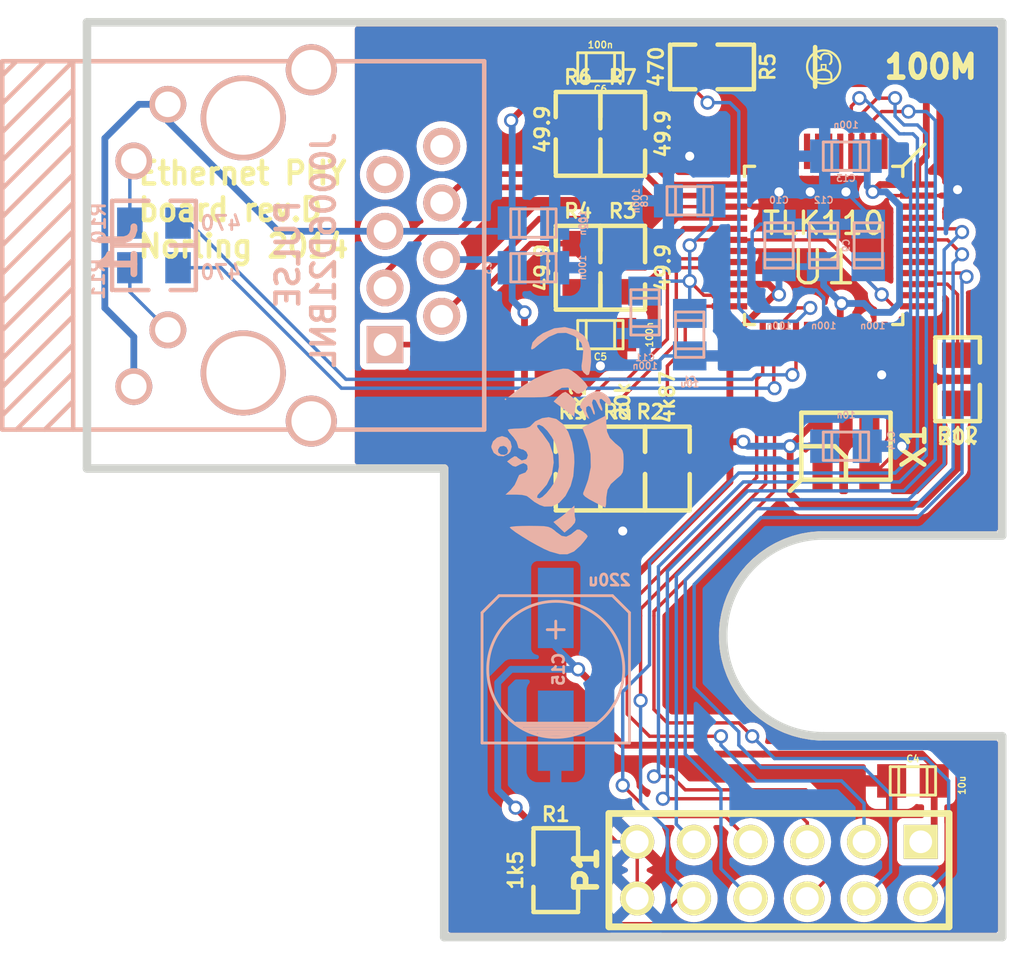
<source format=kicad_pcb>
(kicad_pcb (version 20221018) (generator pcbnew)
  (layers (0 "F.Cu" signal "Front") (31 "B.Cu" signal "Back") (34 "B.Paste" user) (35 "F.Paste" user) (36 "B.SilkS" user) (37 "F.SilkS" user) (38 "B.Mask" user) (39 "F.Mask" user) (44 "Edge.Cuts" user))
  (net 0 "")
  (net 1 "+3.3V")
  (net 2 "/ETH_CLK")
  (net 3 "/ETH_CRS")
  (net 4 "/ETH_MDC")
  (net 5 "/ETH_MDIO")
  (net 6 "/ETH_RxD0")
  (net 7 "/ETH_RxD1")
  (net 8 "/ETH_TX_EN")
  (net 9 "/ETH_TxD0")
  (net 10 "/ETH_TxD1")
  (net 11 "/LED1")
  (net 12 "/LED2")
  (net 13 "/LED3")
  (net 14 "/OSC")
  (net 15 "/PFB")
  (net 16 "/RD+")
  (net 17 "/RD-")
  (net 18 "/RMII_MODE")
  (net 19 "/TD+")
  (net 20 "/TD-")
  (net 21 "GND")
  (net 22 "N-0000029")
  (net 23 "N-0000031")
  (net 24 "N-0000034")
  (net 25 "N-0000037")
  (net 26 "N-0000038")
  (net 27 "N-0000039")
  (footprint "c_0805" (layer "F.Cu") (at 172 42 180)
    (fp_text reference "C5")
    (fp_text value "100n")
  )
  (footprint "c_0805" (layer "F.Cu") (at 172 30 180)
    (fp_text reference "C6")
    (fp_text value "100n")
  )
  (footprint "SM0805-jonas" (layer "F.Cu") (at 170 66 90)
    (fp_text reference "R1")
    (fp_text value "1k5")
  )
  (footprint "SM0805-jonas" (layer "F.Cu") (at 175 48 -90)
    (fp_text reference "R2")
    (fp_text value "4k87")
  )
  (footprint "SM0805-jonas" (layer "F.Cu") (at 173 39 90)
    (fp_text reference "R3")
    (fp_text value "49.9")
  )
  (footprint "SM0805-jonas" (layer "F.Cu") (at 171 39 -90)
    (fp_text reference "R4")
    (fp_text value "49.9")
  )
  (footprint "SM0805-jonas" (layer "F.Cu") (at 177 30)
    (fp_text reference "R5")
    (fp_text value "470")
  )
  (footprint "SM0805-jonas" (layer "F.Cu") (at 173 48 -90)
    (fp_text reference "R8")
    (fp_text value "20k")
  )
  (footprint "SM0805-jonas" (layer "F.Cu") (at 171 33 -90)
    (fp_text reference "R6")
    (fp_text value "49.9")
  )
  (footprint "SM0805-jonas" (layer "F.Cu") (at 173 33 90)
    (fp_text reference "R7")
    (fp_text value "49.9")
  )
  (footprint "oscillator-3.2x2.5" (layer "F.Cu") (at 183 47)
    (fp_text reference "X1")
    (fp_text value "ASEMB-50.000MHZ-LC-T" hide)
  )
  (footprint "QFP50P900X900-48M" (layer "F.Cu") (at 182 38 180)
    (fp_text reference "U1")
    (fp_text value "TLK110")
  )
  (footprint "SM0805-jonas" (layer "F.Cu") (at 188 44 -90)
    (fp_text reference "R12")
    (fp_text value "20k")
  )
  (footprint "LED-1206" (layer "F.Cu") (at 182 30 180)
    (fp_text reference "D3")
    (fp_text value "LED" hide)
  )
  (footprint "pin_array_6x2" (layer "F.Cu") (at 180 66 180)
    (fp_text reference "P1")
    (fp_text value "CONN_6X2" hide)
  )
  (footprint "c_0805" (layer "F.Cu") (at 186 62)
    (fp_text reference "C4")
    (fp_text value "10u")
  )
  (footprint "SM0805-jonas" (layer "F.Cu") (at 171 48 -90)
    (fp_text reference "R9")
    (fp_text value "2k2")
  )
  (footprint "c_0805" (layer "B.Cu") (at 169 37 180)
    (fp_text reference "C2")
    (fp_text value "100n")
  )
  (footprint "c_0805" (layer "B.Cu") (at 169 39 180)
    (fp_text reference "C3")
    (fp_text value "100n")
  )
  (footprint "c_0805" (layer "B.Cu") (at 176 42 90)
    (fp_text reference "C1")
    (fp_text value "10u")
  )
  (footprint "SM0805-jonas" (layer "B.Cu") (at 152 39 180)
    (fp_text reference "R11")
    (fp_text value "470")
  )
  (footprint "SM0805-jonas" (layer "B.Cu") (at 152 37 180)
    (fp_text reference "R10")
    (fp_text value "470")
  )
  (footprint "c_0805" (layer "B.Cu") (at 184 38 -90)
    (fp_text reference "C9")
    (fp_text value "100n")
  )
  (footprint "c_0805" (layer "B.Cu") (at 180 38 -90)
    (fp_text reference "C10")
    (fp_text value "100n")
  )
  (footprint "c_0805" (layer "B.Cu") (at 174 41 90)
    (fp_text reference "C11")
    (fp_text value "100n")
  )
  (footprint "c_0805" (layer "B.Cu") (at 182 38 -90)
    (fp_text reference "C12")
    (fp_text value "100n")
  )
  (footprint "c_0805" (layer "B.Cu") (at 183 34)
    (fp_text reference "C13")
    (fp_text value "100n")
  )
  (footprint "c_0805" (layer "B.Cu") (at 183 47 180)
    (fp_text reference "C14")
    (fp_text value "10n")
  )
  (footprint "c_0805" (layer "B.Cu") (at 176 36)
    (fp_text reference "C8")
    (fp_text value "100n")
  )
  (footprint "pulse-J0006D21BNL" (layer "B.Cu") (at 156 38 -90)
    (fp_text reference "J1")
    (fp_text value "PULSE-J0006" hide)
  )
  (footprint "c_elec_6.3x5.3" (layer "B.Cu") (at 170 57 90)
    (fp_text reference "C15")
    (fp_text value "220u")
  )
  (footprint "LOGO" (layer "B.Cu") (at 169.4 46.8 90)
    (fp_text reference "G***" hide)
    (fp_text value "LOGO" hide)
  )
  (gr_line (start 149 28) (end 149 48) (stroke (width 0.381)) (layer "Edge.Cuts"))
  (gr_line (start 149 48) (end 165 48) (stroke (width 0.381)) (layer "Edge.Cuts"))
  (gr_line (start 165 69) (end 190 69) (stroke (width 0.381)) (layer "Edge.Cuts"))
  (gr_line (start 182 60) (end 190 60) (stroke (width 0.381)) (layer "Edge.Cuts"))
  (gr_line (start 190 28) (end 149 28) (stroke (width 0.381)) (layer "Edge.Cuts"))
  (gr_line (start 182 51) (end 190 51) (stroke (width 0.381)) (layer "Edge.Cuts"))
  (gr_line (start 165 69) (end 165 48) (stroke (width 0.381)) (layer "Edge.Cuts"))
  (gr_arc (start 177.5 55.5) (mid 178.818019 52.318019) (end 182 51) (stroke (width 0.381)) (layer "Edge.Cuts"))
  (gr_line (start 190 69) (end 190 60) (stroke (width 0.381)) (layer "Edge.Cuts"))
  (gr_line (start 190 51) (end 190 28) (stroke (width 0.381)) (layer "Edge.Cuts"))
  (gr_arc (start 182 60) (mid 178.818019 58.681981) (end 177.5 55.5) (stroke (width 0.381)) (layer "Edge.Cuts"))
  (gr_text "PULSE" (at 158 38.4 90) (layer "B.SilkS") (effects (font (size 1.016 1.016) (thickness 0.2032)) (justify mirror)))
  (gr_text "J0006D21BNL" (at 159.6 38.2 90) (layer "B.SilkS") (effects (font (size 1.016 1.016) (thickness 0.2032)) (justify mirror)))
  (gr_text "Ethernet PHY\nboard rev.D\nNorling 2014" (at 151.2 36.4) (layer "F.SilkS") (effects (font (size 1.016 0.9398) (thickness 0.2032)) (justify left)))
  (gr_text "100M" (at 186.8 30) (layer "F.SilkS") (effects (font (size 1.016 1.016) (thickness 0.254))))
  (segment (start 186.9525 64.1275) (end 186.35 64.73) (width 0.3048) (layer "F.Cu") (net 1))
  (segment (start 182.74422 44.95708) (end 181.95098 45.75032) (width 0.3048) (layer "F.Cu") (net 1))
  (segment (start 181.74968 45.75032) (end 180.5 47) (width 0.3048) (layer "F.Cu") (net 1))
  (segment (start 186.9525 61.3525) (end 186.4 60.8) (width 0.3048) (layer "F.Cu") (net 1))
  (segment (start 186.4 60.8) (end 179.2795 60.8) (width 0.3048) (layer "F.Cu") (net 1))
  (segment (start 182.74422 40.65578) (end 182.8 40.6) (width 0.3048) (layer "F.Cu") (net 1))
  (segment (start 179.53736 39.73736) (end 180 40.2) (width 0.3048) (layer "F.Cu") (net 1))
  (segment (start 184.52796 35.27204) (end 184.2 35.6) (width 0.3048) (layer "F.Cu") (net 1))
  (segment (start 172.4 58.4) (end 171 57) (width 0.3048) (layer "F.Cu") (net 1))
  (segment (start 172.4 54) (end 177.8 48.6) (width 0.3048) (layer "F.Cu") (net 1))
  (segment (start 177.8 48.6) (end 177.8 48) (width 0.3048) (layer "F.Cu") (net 1))
  (segment (start 173 48.4) (end 173.4 48) (width 0.3048) (layer "F.Cu") (net 1))
  (segment (start 173.4 48) (end 177.8 48) (width 0.3048) (layer "F.Cu") (net 1))
  (segment (start 177.8 48) (end 177.8 46.8) (width 0.3048) (layer "F.Cu") (net 1))
  (segment (start 168.6 41) (end 168.6 43.2) (width 0.3048) (layer "F.Cu") (net 1))
  (segment (start 168.6 48) (end 169.6 49) (width 0.3048) (layer "F.Cu") (net 1))
  (segment (start 169.6 49) (end 170.9205 49) (width 0.3048) (layer "F.Cu") (net 1))
  (segment (start 170.9205 49) (end 171 49.0795) (width 0.3048) (layer "F.Cu") (net 1))
  (segment (start 171 41.9525) (end 171.0475 42) (width 0.3048) (layer "F.Cu") (net 1))
  (segment (start 169.8 42) (end 168.6 43.2) (width 0.3048) (layer "F.Cu") (net 1))
  (segment (start 168.6 43.2) (end 168.6 48) (width 0.3048) (layer "F.Cu") (net 1))
  (segment (start 168.4795 31.9205) (end 168 32.4) (width 0.3048) (layer "F.Cu") (net 1))
  (segment (start 177.8 46.8) (end 177.8 45.8) (width 0.3048) (layer "F.Cu") (net 1))
  (segment (start 177.8 42.2) (end 179.8 40.2) (width 0.3048) (layer "F.Cu") (net 1))
  (segment (start 179.8 40.2) (end 180 40.2) (width 0.3048) (layer "F.Cu") (net 1))
  (segment (start 171 30.0475) (end 171.0475 30) (width 0.3048) (layer "F.Cu") (net 1))
  (segment (start 185.6 30) (end 186.6 31) (width 0.3048) (layer "F.Cu") (net 1))
  (segment (start 186.6 31) (end 186.6 34) (width 0.3048) (layer "F.Cu") (net 1))
  (segment (start 186.6 34) (end 186.2164 34.3836) (width 0.3048) (layer "F.Cu") (net 1))
  (segment (start 186.2164 34.3836) (end 186.2164 35.27204) (width 0.3048) (layer "F.Cu") (net 1))
  (segment (start 177 60.8) (end 176.6 60.4) (width 0.3048) (layer "F.Cu") (net 1))
  (segment (start 176.6 60.4) (end 173.2 60.4) (width 0.3048) (layer "F.Cu") (net 1))
  (segment (start 172.4 59.8) (end 172.4 58.4) (width 0.3048) (layer "F.Cu") (net 1))
  (segment (start 173 60.4) (end 173.2 60.4) (width 0.3048) (layer "F.Cu") (net 1))
  (segment (start 168.2 63.2) (end 169.9205 64.9205) (width 0.3048) (layer "F.Cu") (net 1))
  (segment (start 169.9205 64.9205) (end 170 64.9205) (width 0.3048) (layer "F.Cu") (net 1))
  (segment (start 188 48) (end 186.4 49.6) (width 0.3048) (layer "F.Cu") (net 1))
  (segment (start 186.4 49.6) (end 181 49.6) (width 0.3048) (layer "F.Cu") (net 1))
  (segment (start 181 49.6) (end 180.5 49.1) (width 0.3048) (layer "F.Cu") (net 1))
  (segment (start 180.5 49.1) (end 180.5 47) (width 0.3048) (layer "F.Cu") (net 1))
  (segment (start 177.8 46.8) (end 178.4 46.8) (width 0.3048) (layer "F.Cu") (net 1))
  (segment (start 177.2 60.8) (end 177 60.8) (width 0.3048) (layer "F.Cu") (net 1))
  (segment (start 171 40.0795) (end 171 41.9525) (width 0.3048) (layer "F.Cu") (net 1))
  (segment (start 173 40.0795) (end 171 40.0795) (width 0.3048) (layer "F.Cu") (net 1))
  (segment (start 171 31.9205) (end 171 30.0475) (width 0.3048) (layer "F.Cu") (net 1))
  (segment (start 172.4 58.4) (end 172.4 54) (width 0.3048) (layer "F.Cu") (net 1))
  (segment (start 186.9525 62) (end 186.9525 61.3525) (width 0.3048) (layer "F.Cu") (net 1))
  (segment (start 183.41986 30) (end 185.6 30) (width 0.3048) (layer "F.Cu") (net 1))
  (segment (start 186.2164 35.27204) (end 184.52796 35.27204) (width 0.3048) (layer "F.Cu") (net 1))
  (segment (start 171 49.0795) (end 173 49.0795) (width 0.3048) (layer "F.Cu") (net 1))
  (segment (start 186.9525 62) (end 186.9525 64.1275) (width 0.3048) (layer "F.Cu") (net 1))
  (segment (start 177.7836 39.73736) (end 179.53736 39.73736) (width 0.3048) (layer "F.Cu") (net 1))
  (segment (start 182.74422 42.2164) (end 182.74422 40.65578) (width 0.3048) (layer "F.Cu") (net 1))
  (segment (start 172.4 59.8) (end 173 60.4) (width 0.3048) (layer "F.Cu") (net 1))
  (segment (start 171.0475 42) (end 169.8 42) (width 0.3048) (layer "F.Cu") (net 1))
  (segment (start 173 49.0795) (end 173 48.4) (width 0.3048) (layer "F.Cu") (net 1))
  (segment (start 181.95098 45.75032) (end 181.74968 45.75032) (width 0.3048) (layer "F.Cu") (net 1))
  (segment (start 178.6 60.8) (end 177.2 60.8) (width 0.3048) (layer "F.Cu") (net 1))
  (segment (start 171 31.9205) (end 168.4795 31.9205) (width 0.3048) (layer "F.Cu") (net 1))
  (segment (start 182.74422 42.49072) (end 182.74422 44.95708) (width 0.3048) (layer "F.Cu") (net 1))
  (segment (start 179.2795 60.8) (end 178.6 60.8) (width 0.3048) (layer "F.Cu") (net 1))
  (segment (start 173 31.9205) (end 171 31.9205) (width 0.3048) (layer "F.Cu") (net 1))
  (segment (start 177.8 45.8) (end 177.8 42.2) (width 0.3048) (layer "F.Cu") (net 1))
  (segment (start 188 45.0795) (end 188 48) (width 0.3048) (layer "F.Cu") (net 1))
  (via (at 178.4 46.8) (size 0.635) (drill 0.4064) (layers "F.Cu" "B.Cu") (net 1))
  (via (at 168.6 41) (size 0.635) (drill 0.4064) (layers "F.Cu" "B.Cu") (net 1))
  (via (at 168 32.4) (size 0.635) (drill 0.4064) (layers "F.Cu" "B.Cu") (net 1))
  (via (at 171 57) (size 0.635) (drill 0.4064) (layers "F.Cu" "B.Cu") (net 1))
  (via (at 184.2 35.6) (size 0.635) (drill 0.4064) (layers "F.Cu" "B.Cu") (net 1))
  (via (at 180.5 47) (size 0.635) (drill 0.4064) (layers "F.Cu" "B.Cu") (net 1))
  (via (at 168.2 63.2) (size 0.635) (drill 0.4064) (layers "F.Cu" "B.Cu") (net 1))
  (via (at 182.8 40.6) (size 0.635) (drill 0.4064) (layers "F.Cu" "B.Cu") (net 1))
  (via (at 180 40.2) (size 0.635) (drill 0.4064) (layers "F.Cu" "B.Cu") (net 1))
  (segment (start 167.6825 37.365) (end 168.0475 37) (width 0.3048) (layer "B.Cu") (net 1))
  (segment (start 167.6825 38.635) (end 168.0475 39) (width 0.3048) (layer "B.Cu") (net 1))
  (segment (start 180.5 47) (end 182.0475 47) (width 0.3048) (layer "B.Cu") (net 1))
  (segment (start 182.8 40.6) (end 182 39.8) (width 0.3048) (layer "B.Cu") (net 1))
  (segment (start 182 39.8) (end 182 38.9525) (width 0.3048) (layer "B.Cu") (net 1))
  (segment (start 180 40.2) (end 180 38.9525) (width 0.3048) (layer "B.Cu") (net 1))
  (segment (start 184.2 35.6) (end 183.9525 35.3525) (width 0.3048) (layer "B.Cu") (net 1))
  (segment (start 183.9525 35.3525) (end 183.9525 34) (width 0.3048) (layer "B.Cu") (net 1))
  (segment (start 152.6218 32.4218) (end 157.565 37.365) (width 0.3048) (layer "B.Cu") (net 1))
  (segment (start 157.565 37.365) (end 162.35 37.365) (width 0.3048) (layer "B.Cu") (net 1))
  (segment (start 151.0978 42.0978) (end 149.8 40.8) (width 0.3048) (layer "B.Cu") (net 1))
  (segment (start 149.8 40.8) (end 149.8 33.2) (width 0.3048) (layer "B.Cu") (net 1))
  (segment (start 149.8 33.2) (end 151.3246 31.6754) (width 0.3048) (layer "B.Cu") (net 1))
  (segment (start 151.3246 31.6754) (end 152.6218 31.6754) (width 0.3048) (layer "B.Cu") (net 1))
  (segment (start 168.0475 40.4475) (end 168.6 41) (width 0.3048) (layer "B.Cu") (net 1))
  (segment (start 168 32.4) (end 168.0475 32.4475) (width 0.3048) (layer "B.Cu") (net 1))
  (segment (start 168.0475 32.4475) (end 168.0475 37) (width 0.3048) (layer "B.Cu") (net 1))
  (segment (start 178.4 46.8) (end 178.6 47) (width 0.3048) (layer "B.Cu") (net 1))
  (segment (start 178.6 47) (end 180.5 47) (width 0.3048) (layer "B.Cu") (net 1))
  (segment (start 183.8 40.6) (end 184.2 41) (width 0.3048) (layer "B.Cu") (net 1))
  (segment (start 184.2 41) (end 185 41) (width 0.3048) (layer "B.Cu") (net 1))
  (segment (start 185 41) (end 185.4 40.6) (width 0.3048) (layer "B.Cu") (net 1))
  (segment (start 185.4 40.6) (end 185.4 36.2) (width 0.3048) (layer "B.Cu") (net 1))
  (segment (start 185.4 36.2) (end 184.8 35.6) (width 0.3048) (layer "B.Cu") (net 1))
  (segment (start 184.8 35.6) (end 184.2 35.6) (width 0.3048) (layer "B.Cu") (net 1))
  (segment (start 168 57) (end 167.4 57.6) (width 0.3048) (layer "B.Cu") (net 1))
  (segment (start 167.4 57.6) (end 167.4 62.2) (width 0.3048) (layer "B.Cu") (net 1))
  (segment (start 167.4 62.4) (end 168.2 63.2) (width 0.3048) (layer "B.Cu") (net 1))
  (segment (start 170 56) (end 171 57) (width 0.3048) (layer "B.Cu") (net 1))
  (segment (start 162.35 37.365) (end 167.6825 37.365) (width 0.3048) (layer "B.Cu") (net 1))
  (segment (start 180 38.9525) (end 182 38.9525) (width 0.3048) (layer "B.Cu") (net 1))
  (segment (start 170 54.24918) (end 170 56) (width 0.3048) (layer "B.Cu") (net 1))
  (segment (start 167.4 62.2) (end 167.4 62.4) (width 0.3048) (layer "B.Cu") (net 1))
  (segment (start 168.0475 37) (end 168.0475 39) (width 0.3048) (layer "B.Cu") (net 1))
  (segment (start 171 57) (end 168 57) (width 0.3048) (layer "B.Cu") (net 1))
  (segment (start 168.0475 39) (end 168.0475 40.4475) (width 0.3048) (layer "B.Cu") (net 1))
  (segment (start 151.0978 44.3246) (end 151.0978 42.0978) (width 0.3048) (layer "B.Cu") (net 1))
  (segment (start 164.89 38.635) (end 167.6825 38.635) (width 0.3048) (layer "B.Cu") (net 1))
  (segment (start 152.6218 31.6754) (end 152.6218 32.4218) (width 0.3048) (layer "B.Cu") (net 1))
  (segment (start 182.8 40.6) (end 183.8 40.6) (width 0.3048) (layer "B.Cu") (net 1))
  (segment (start 179.27204 43.72796) (end 179 44) (width 0.1524) (layer "F.Cu") (net 2))
  (segment (start 179 44) (end 179 48.4) (width 0.1524) (layer "F.Cu") (net 2))
  (segment (start 173.2 57.8) (end 173.2 59) (width 0.1524) (layer "F.Cu") (net 2))
  (segment (start 173.2 59) (end 174.2 60) (width 0.1524) (layer "F.Cu") (net 2))
  (segment (start 174.2 60) (end 177.4 60) (width 0.1524) (layer "F.Cu") (net 2))
  (segment (start 173.2 54.2) (end 179 48.4) (width 0.1524) (layer "F.Cu") (net 2))
  (segment (start 173.2 57.8) (end 173.2 54.6) (width 0.1524) (layer "F.Cu") (net 2))
  (segment (start 179.27204 42.2164) (end 179.27204 43.72796) (width 0.1524) (layer "F.Cu") (net 2))
  (segment (start 173.2 54.6) (end 173.2 54.2) (width 0.1524) (layer "F.Cu") (net 2))
  (via (at 177.4 60) (size 0.635) (drill 0.4064) (layers "F.Cu" "B.Cu") (net 2))
  (segment (start 177.4 60) (end 177.4 60.4) (width 0.1524) (layer "B.Cu") (net 2))
  (segment (start 177.4 60.4) (end 179 62) (width 0.1524) (layer "B.Cu") (net 2))
  (segment (start 179 62) (end 182.8 62) (width 0.1524) (layer "B.Cu") (net 2))
  (segment (start 182.8 62) (end 183.81 63.01) (width 0.1524) (layer "B.Cu") (net 2))
  (segment (start 183.81 63.01) (end 183.81 64.73) (width 0.1524) (layer "B.Cu") (net 2))
  (segment (start 188.23952 39.23952) (end 188.4 39.4) (width 0.1524) (layer "F.Cu") (net 3))
  (segment (start 186.2164 39.23952) (end 188.23952 39.23952) (width 0.1524) (layer "F.Cu") (net 3))
  (via (at 188.4 39.4) (size 0.635) (drill 0.4064) (layers "F.Cu" "B.Cu") (net 3))
  (segment (start 188.4 39.4) (end 188.2 39.6) (width 0.1524) (layer "B.Cu") (net 3))
  (segment (start 188.2 39.6) (end 188.2 42.8) (width 0.1524) (layer "B.Cu") (net 3))
  (segment (start 188.2 48.2) (end 186.2 50.2) (width 0.1524) (layer "B.Cu") (net 3))
  (segment (start 186.2 50.2) (end 180.8 50.2) (width 0.1524) (layer "B.Cu") (net 3))
  (segment (start 179.2 50.2) (end 176.2 53.2) (width 0.1524) (layer "B.Cu") (net 3))
  (segment (start 176.2 53.2) (end 176.2 57.2) (width 0.1524) (layer "B.Cu") (net 3))
  (segment (start 176.2 57.8) (end 178.2 59.8) (width 0.1524) (layer "B.Cu") (net 3))
  (segment (start 178.2 59.8) (end 178.2 60.4) (width 0.1524) (layer "B.Cu") (net 3))
  (segment (start 178.2 60.4) (end 179.2 61.4) (width 0.1524) (layer "B.Cu") (net 3))
  (segment (start 179.2 61.4) (end 183.8 61.4) (width 0.1524) (layer "B.Cu") (net 3))
  (segment (start 183.8 61.4) (end 185 62.6) (width 0.1524) (layer "B.Cu") (net 3))
  (segment (start 185 62.6) (end 185 66.08) (width 0.1524) (layer "B.Cu") (net 3))
  (segment (start 185 66.08) (end 183.81 67.27) (width 0.1524) (layer "B.Cu") (net 3))
  (segment (start 180.8 50.2) (end 179.2 50.2) (width 0.1524) (layer "B.Cu") (net 3))
  (segment (start 176.2 57.2) (end 176.2 57.8) (width 0.1524) (layer "B.Cu") (net 3))
  (segment (start 188.2 42.8) (end 188.2 48.2) (width 0.1524) (layer "B.Cu") (net 3))
  (segment (start 182.24892 43.75108) (end 179.8 46.2) (width 0.1524) (layer "F.Cu") (net 4))
  (segment (start 179.8 46.2) (end 179.8 48.4) (width 0.1524) (layer "F.Cu") (net 4))
  (segment (start 174.4 54.6) (end 174.4 58.8) (width 0.1524) (layer "F.Cu") (net 4))
  (segment (start 174.4 58.8) (end 175 59.4) (width 0.1524) (layer "F.Cu") (net 4))
  (segment (start 175 59.4) (end 178.2 59.4) (width 0.1524) (layer "F.Cu") (net 4))
  (segment (start 178.2 59.4) (end 178.8 60) (width 0.1524) (layer "F.Cu") (net 4))
  (segment (start 174.4 54.4) (end 179.8 49) (width 0.1524) (layer "F.Cu") (net 4))
  (segment (start 179.8 48.4) (end 179.8 49) (width 0.1524) (layer "F.Cu") (net 4))
  (segment (start 174.4 54.6) (end 174.4 54.4) (width 0.1524) (layer "F.Cu") (net 4))
  (segment (start 182.24892 42.2164) (end 182.24892 43.75108) (width 0.1524) (layer "F.Cu") (net 4))
  (via (at 178.8 60) (size 0.635) (drill 0.4064) (layers "F.Cu" "B.Cu") (net 4))
  (segment (start 178.8 60) (end 179.8 61) (width 0.1524) (layer "B.Cu") (net 4))
  (segment (start 179.8 61) (end 186.6 61) (width 0.1524) (layer "B.Cu") (net 4))
  (segment (start 186.6 61) (end 187.6 62) (width 0.1524) (layer "B.Cu") (net 4))
  (segment (start 187.6 62) (end 187.6 66.02) (width 0.1524) (layer "B.Cu") (net 4))
  (segment (start 186.35 67.27) (end 187.6 66.02) (width 0.1524) (layer "B.Cu") (net 4))
  (segment (start 181.75108 43.64892) (end 179.4 46) (width 0.1524) (layer "F.Cu") (net 5))
  (segment (start 179.4 46) (end 179.4 48.4) (width 0.1524) (layer "F.Cu") (net 5))
  (segment (start 171.4795 67.0795) (end 172.8 68.4) (width 0.1524) (layer "F.Cu") (net 5))
  (segment (start 172.8 68.4) (end 174.4 68.4) (width 0.1524) (layer "F.Cu") (net 5))
  (segment (start 174.4 68.4) (end 175.53 67.27) (width 0.1524) (layer "F.Cu") (net 5))
  (segment (start 175.53 67.27) (end 176.19 67.27) (width 0.1524) (layer "F.Cu") (net 5))
  (segment (start 173.8 54.295198) (end 179.4 48.695198) (width 0.1524) (layer "F.Cu") (net 5))
  (segment (start 170 67.0795) (end 171.4795 67.0795) (width 0.1524) (layer "F.Cu") (net 5))
  (segment (start 181.75108 42.2164) (end 181.75108 43.64892) (width 0.1524) (layer "F.Cu") (net 5))
  (segment (start 173.8 54.6) (end 173.8 54.295198) (width 0.1524) (layer "F.Cu") (net 5))
  (segment (start 179.4 48.4) (end 179.4 48.695198) (width 0.1524) (layer "F.Cu") (net 5))
  (segment (start 173.8 58.4) (end 173.8 54.6) (width 0.1524) (layer "F.Cu") (net 5))
  (via (at 173.8 58.4) (size 0.635) (drill 0.4064) (layers "F.Cu" "B.Cu") (net 5))
  (segment (start 174.2 63.4) (end 175 64.2) (width 0.1524) (layer "B.Cu") (net 5))
  (segment (start 175 64.2) (end 175 66.08) (width 0.1524) (layer "B.Cu") (net 5))
  (segment (start 175 66.08) (end 176.19 67.27) (width 0.1524) (layer "B.Cu") (net 5))
  (segment (start 173.8 63) (end 174.2 63.4) (width 0.1524) (layer "B.Cu") (net 5))
  (segment (start 173.8 58.4) (end 173.8 63) (width 0.1524) (layer "B.Cu") (net 5))
  (segment (start 187.55108 37.75108) (end 188.2 38.4) (width 0.1524) (layer "F.Cu") (net 6))
  (segment (start 186.49072 37.75108) (end 187.55108 37.75108) (width 0.1524) (layer "F.Cu") (net 6))
  (via (at 188.2 38.4) (size 0.635) (drill 0.4064) (layers "F.Cu" "B.Cu") (net 6))
  (segment (start 187.8 38.8) (end 187.8 42.8) (width 0.1524) (layer "B.Cu") (net 6))
  (segment (start 187.8 48) (end 186 49.8) (width 0.1524) (layer "B.Cu") (net 6))
  (segment (start 186 49.8) (end 180.6 49.8) (width 0.1524) (layer "B.Cu") (net 6))
  (segment (start 179 49.8) (end 175.8 53) (width 0.1524) (layer "B.Cu") (net 6))
  (segment (start 175.8 53) (end 175.8 57) (width 0.1524) (layer "B.Cu") (net 6))
  (segment (start 175.8 60.8) (end 177.4 62.4) (width 0.1524) (layer "B.Cu") (net 6))
  (segment (start 177.4 62.4) (end 177.4 65.94) (width 0.1524) (layer "B.Cu") (net 6))
  (segment (start 177.4 65.94) (end 178.73 67.27) (width 0.1524) (layer "B.Cu") (net 6))
  (segment (start 188.2 38.4) (end 187.8 38.8) (width 0.1524) (layer "B.Cu") (net 6))
  (segment (start 187.8 42.8) (end 187.8 48) (width 0.1524) (layer "B.Cu") (net 6))
  (segment (start 175.8 57) (end 175.8 60.8) (width 0.1524) (layer "B.Cu") (net 6))
  (segment (start 180.6 49.8) (end 179 49.8) (width 0.1524) (layer "B.Cu") (net 6))
  (segment (start 188.05578 37.25578) (end 188.2 37.4) (width 0.1524) (layer "F.Cu") (net 7))
  (segment (start 186.49072 37.25578) (end 188.05578 37.25578) (width 0.1524) (layer "F.Cu") (net 7))
  (via (at 188.2 37.4) (size 0.635) (drill 0.4064) (layers "F.Cu" "B.Cu") (net 7))
  (segment (start 187.4 38.2) (end 187.4 42.8) (width 0.1524) (layer "B.Cu") (net 7))
  (segment (start 187.4 47.8) (end 185.8 49.4) (width 0.1524) (layer "B.Cu") (net 7))
  (segment (start 185.8 49.4) (end 181 49.4) (width 0.1524) (layer "B.Cu") (net 7))
  (segment (start 178.8 49.4) (end 175.4 52.8) (width 0.1524) (layer "B.Cu") (net 7))
  (segment (start 175.4 52.8) (end 175.4 56.6) (width 0.1524) (layer "B.Cu") (net 7))
  (segment (start 175.4 63.94) (end 176.19 64.73) (width 0.1524) (layer "B.Cu") (net 7))
  (segment (start 175.4 56.6) (end 175.4 63.94) (width 0.1524) (layer "B.Cu") (net 7))
  (segment (start 181 49.4) (end 178.8 49.4) (width 0.1524) (layer "B.Cu") (net 7))
  (segment (start 188.2 37.4) (end 187.4 38.2) (width 0.1524) (layer "B.Cu") (net 7))
  (segment (start 187.4 42.8) (end 187.4 47.8) (width 0.1524) (layer "B.Cu") (net 7))
  (segment (start 184.23266 32.36734) (end 184.6 32) (width 0.1524) (layer "F.Cu") (net 8))
  (segment (start 184.6 32) (end 185.8 32) (width 0.1524) (layer "F.Cu") (net 8))
  (segment (start 174.8 62.8) (end 180.2 62.8) (width 0.1524) (layer "F.Cu") (net 8))
  (segment (start 180.2 62.8) (end 181.27 63.87) (width 0.1524) (layer "F.Cu") (net 8))
  (segment (start 181.27 63.87) (end 181.27 64.73) (width 0.1524) (layer "F.Cu") (net 8))
  (segment (start 184.23266 33.50928) (end 184.23266 32.36734) (width 0.1524) (layer "F.Cu") (net 8))
  (via (at 185.8 32) (size 0.635) (drill 0.4064) (layers "F.Cu" "B.Cu") (net 8))
  (via (at 174.8 62.8) (size 0.635) (drill 0.4064) (layers "F.Cu" "B.Cu") (net 8))
  (segment (start 187 47.6) (end 185.6 49) (width 0.1524) (layer "B.Cu") (net 8))
  (segment (start 185.6 49) (end 180.6 49) (width 0.1524) (layer "B.Cu") (net 8))
  (segment (start 178.6 49) (end 175 52.6) (width 0.1524) (layer "B.Cu") (net 8))
  (segment (start 175 52.6) (end 175 55.6) (width 0.1524) (layer "B.Cu") (net 8))
  (segment (start 187 32.4) (end 186.6 32) (width 0.1524) (layer "B.Cu") (net 8))
  (segment (start 186.6 32) (end 185.8 32) (width 0.1524) (layer "B.Cu") (net 8))
  (segment (start 175 62.6) (end 174.8 62.8) (width 0.1524) (layer "B.Cu") (net 8))
  (segment (start 187 41.6) (end 187 47.6) (width 0.1524) (layer "B.Cu") (net 8))
  (segment (start 180.6 49) (end 178.6 49) (width 0.1524) (layer "B.Cu") (net 8))
  (segment (start 187 33.2) (end 187 41.6) (width 0.1524) (layer "B.Cu") (net 8))
  (segment (start 187 33.2) (end 187 32.4) (width 0.1524) (layer "B.Cu") (net 8))
  (segment (start 175 55.6) (end 175 62.6) (width 0.1524) (layer "B.Cu") (net 8))
  (segment (start 183.73736 32.06264) (end 184.4 31.4) (width 0.1524) (layer "F.Cu") (net 9))
  (segment (start 184.4 31.4) (end 185.2 31.4) (width 0.1524) (layer "F.Cu") (net 9))
  (segment (start 174.4 61.8) (end 175.2 61.8) (width 0.1524) (layer "F.Cu") (net 9))
  (segment (start 175.2 61.8) (end 175.8 62.4) (width 0.1524) (layer "F.Cu") (net 9))
  (segment (start 175.8 62.4) (end 181.2 62.4) (width 0.1524) (layer "F.Cu") (net 9))
  (segment (start 181.2 62.4) (end 182.6 63.8) (width 0.1524) (layer "F.Cu") (net 9))
  (segment (start 182.6 63.8) (end 182.6 65.94) (width 0.1524) (layer "F.Cu") (net 9))
  (segment (start 182.6 65.94) (end 181.27 67.27) (width 0.1524) (layer "F.Cu") (net 9))
  (segment (start 183.73736 33.50928) (end 183.73736 32.06264) (width 0.1524) (layer "F.Cu") (net 9))
  (via (at 185.2 31.4) (size 0.635) (drill 0.4064) (layers "F.Cu" "B.Cu") (net 9))
  (via (at 174.4 61.8) (size 0.635) (drill 0.4064) (layers "F.Cu" "B.Cu") (net 9))
  (segment (start 185.2 32.2) (end 185.6 32.6) (width 0.1524) (layer "B.Cu") (net 9))
  (segment (start 186.6 47.4) (end 185.4 48.6) (width 0.1524) (layer "B.Cu") (net 9))
  (segment (start 185.4 48.6) (end 180.6 48.6) (width 0.1524) (layer "B.Cu") (net 9))
  (segment (start 178.4 48.6) (end 174.6 52.4) (width 0.1524) (layer "B.Cu") (net 9))
  (segment (start 174.6 52.4) (end 174.6 55) (width 0.1524) (layer "B.Cu") (net 9))
  (segment (start 186.6 33) (end 186.2 32.6) (width 0.1524) (layer "B.Cu") (net 9))
  (segment (start 186.2 32.6) (end 185.6 32.6) (width 0.1524) (layer "B.Cu") (net 9))
  (segment (start 174.6 61.6) (end 174.4 61.8) (width 0.1524) (layer "B.Cu") (net 9))
  (segment (start 186.6 42.6) (end 186.6 47.4) (width 0.1524) (layer "B.Cu") (net 9))
  (segment (start 186.6 33.6) (end 186.6 33) (width 0.1524) (layer "B.Cu") (net 9))
  (segment (start 180.6 48.6) (end 178.4 48.6) (width 0.1524) (layer "B.Cu") (net 9))
  (segment (start 186.6 33.6) (end 186.6 42.6) (width 0.1524) (layer "B.Cu") (net 9))
  (segment (start 174.6 55) (end 174.6 61.6) (width 0.1524) (layer "B.Cu") (net 9))
  (segment (start 185.2 31.4) (end 185.2 32.2) (width 0.1524) (layer "B.Cu") (net 9))
  (segment (start 183.23952 31.76048) (end 183.6 31.4) (width 0.1524) (layer "F.Cu") (net 10))
  (segment (start 173 62.2) (end 174.4 63.6) (width 0.1524) (layer "F.Cu") (net 10))
  (segment (start 174.4 63.6) (end 177.6 63.6) (width 0.1524) (layer "F.Cu") (net 10))
  (segment (start 177.6 63.6) (end 178.73 64.73) (width 0.1524) (layer "F.Cu") (net 10))
  (segment (start 183.23952 33.50928) (end 183.23952 31.76048) (width 0.1524) (layer "F.Cu") (net 10))
  (via (at 173 62.2) (size 0.635) (drill 0.4064) (layers "F.Cu" "B.Cu") (net 10))
  (via (at 183.6 31.4) (size 0.635) (drill 0.4064) (layers "F.Cu" "B.Cu") (net 10))
  (segment (start 186.2 34) (end 186.2 42.6) (width 0.1524) (layer "B.Cu") (net 10))
  (segment (start 186.2 47.2) (end 185.2 48.2) (width 0.1524) (layer "B.Cu") (net 10))
  (segment (start 185.2 48.2) (end 180.2 48.2) (width 0.1524) (layer "B.Cu") (net 10))
  (segment (start 178.2 48.2) (end 174.2 52.2) (width 0.1524) (layer "B.Cu") (net 10))
  (segment (start 174.2 52.2) (end 174.2 54) (width 0.1524) (layer "B.Cu") (net 10))
  (segment (start 186.2 33.2) (end 186 33) (width 0.1524) (layer "B.Cu") (net 10))
  (segment (start 186 33) (end 185.6 33) (width 0.1524) (layer "B.Cu") (net 10))
  (segment (start 185.4 33) (end 183.8 31.4) (width 0.1524) (layer "B.Cu") (net 10))
  (segment (start 183.8 31.4) (end 183.6 31.4) (width 0.1524) (layer "B.Cu") (net 10))
  (segment (start 174.2 56.8) (end 173 58) (width 0.1524) (layer "B.Cu") (net 10))
  (segment (start 173 58) (end 173 62.2) (width 0.1524) (layer "B.Cu") (net 10))
  (segment (start 174.2 54) (end 174.2 56.8) (width 0.1524) (layer "B.Cu") (net 10))
  (segment (start 186.2 34) (end 186.2 33.2) (width 0.1524) (layer "B.Cu") (net 10))
  (segment (start 186.2 42.6) (end 186.2 47.2) (width 0.1524) (layer "B.Cu") (net 10))
  (segment (start 180.2 48.2) (end 178.2 48.2) (width 0.1524) (layer "B.Cu") (net 10))
  (segment (start 185.6 33) (end 185.4 33) (width 0.1524) (layer "B.Cu") (net 10))
  (segment (start 150.9205 34.3927) (end 151.0978 34.2154) (width 0.1524) (layer "B.Cu") (net 11))
  (segment (start 150.9205 37) (end 150.9205 34.3927) (width 0.1524) (layer "B.Cu") (net 11))
  (segment (start 150.9205 40.0833) (end 152.6218 41.7846) (width 0.1524) (layer "B.Cu") (net 12))
  (segment (start 150.9205 39) (end 150.9205 40.0833) (width 0.1524) (layer "B.Cu") (net 12))
  (segment (start 178.0795 30) (end 180.58014 30) (width 0.1524) (layer "F.Cu") (net 13))
  (segment (start 183.73736 45.43866) (end 184.04902 45.75032) (width 0.1524) (layer "F.Cu") (net 14))
  (segment (start 183.73736 42.49072) (end 183.73736 45.43866) (width 0.1524) (layer "F.Cu") (net 14))
  (segment (start 176.24892 37.75108) (end 176 38) (width 0.1524) (layer "F.Cu") (net 15))
  (segment (start 176.63266 40.23266) (end 176 39.6) (width 0.1524) (layer "F.Cu") (net 15))
  (segment (start 185.12796 40.72796) (end 184.6 40.2) (width 0.1524) (layer "F.Cu") (net 15))
  (segment (start 182.15108 37.75108) (end 184.6 40.2) (width 0.1524) (layer "F.Cu") (net 15))
  (segment (start 177.7836 37.75108) (end 182.15108 37.75108) (width 0.1524) (layer "F.Cu") (net 15))
  (segment (start 177.7836 40.23266) (end 176.63266 40.23266) (width 0.1524) (layer "F.Cu") (net 15))
  (segment (start 186.2164 40.72796) (end 185.12796 40.72796) (width 0.1524) (layer "F.Cu") (net 15))
  (segment (start 177.7836 37.75108) (end 176.24892 37.75108) (width 0.1524) (layer "F.Cu") (net 15))
  (via (at 184.6 40.2) (size 0.635) (drill 0.4064) (layers "F.Cu" "B.Cu") (net 15))
  (via (at 176 38) (size 0.635) (drill 0.4064) (layers "F.Cu" "B.Cu") (net 15))
  (via (at 176 39.6) (size 0.635) (drill 0.4064) (layers "F.Cu" "B.Cu") (net 15))
  (segment (start 176 38) (end 176.9525 37.0475) (width 0.1524) (layer "B.Cu") (net 15))
  (segment (start 176.9525 37.0475) (end 176.9525 36) (width 0.1524) (layer "B.Cu") (net 15))
  (segment (start 176 39.6) (end 176 41.0475) (width 0.1524) (layer "B.Cu") (net 15))
  (segment (start 174.4475 39.6) (end 174 40.0475) (width 0.1524) (layer "B.Cu") (net 15))
  (segment (start 184.6 40.2) (end 184 39.6) (width 0.1524) (layer "B.Cu") (net 15))
  (segment (start 184 39.6) (end 184 38.9525) (width 0.1524) (layer "B.Cu") (net 15))
  (segment (start 176 39.6) (end 176 38) (width 0.1524) (layer "B.Cu") (net 15))
  (segment (start 176 39.6) (end 174.4475 39.6) (width 0.1524) (layer "B.Cu") (net 15))
  (segment (start 174.96734 35.76734) (end 173.2795 34.0795) (width 0.254) (layer "F.Cu") (net 16))
  (segment (start 173.2795 34.0795) (end 173 34.0795) (width 0.254) (layer "F.Cu") (net 16))
  (segment (start 172.9205 34.0795) (end 171.8 35.2) (width 0.254) (layer "F.Cu") (net 16))
  (segment (start 165.6 37.4) (end 164.2 37.4) (width 0.254) (layer "F.Cu") (net 16))
  (segment (start 164.2 37.4) (end 162.35 39.25) (width 0.254) (layer "F.Cu") (net 16))
  (segment (start 162.35 39.25) (end 162.35 39.905) (width 0.254) (layer "F.Cu") (net 16))
  (segment (start 166.4 36.6) (end 165.6 37.4) (width 0.254) (layer "F.Cu") (net 16))
  (segment (start 167.2 35.4) (end 171.6 35.4) (width 0.254) (layer "F.Cu") (net 16))
  (segment (start 171.6 35.4) (end 171.8 35.2) (width 0.254) (layer "F.Cu") (net 16))
  (segment (start 166.4 36) (end 167 35.4) (width 0.254) (layer "F.Cu") (net 16))
  (segment (start 167 35.4) (end 167.2 35.4) (width 0.254) (layer "F.Cu") (net 16))
  (segment (start 166.4 36.6) (end 166.4 36.2) (width 0.254) (layer "F.Cu") (net 16))
  (segment (start 166.4 36.2) (end 166.4 36) (width 0.254) (layer "F.Cu") (net 16))
  (segment (start 173 34.0795) (end 172.9205 34.0795) (width 0.254) (layer "F.Cu") (net 16))
  (segment (start 177.7836 35.76734) (end 174.96734 35.76734) (width 0.254) (layer "F.Cu") (net 16))
  (segment (start 175.27204 35.27204) (end 174.4 34.4) (width 0.254) (layer "F.Cu") (net 17))
  (segment (start 174.4 34.4) (end 174.4 33.4) (width 0.254) (layer "F.Cu") (net 17))
  (segment (start 174.4 33.4) (end 174 33) (width 0.254) (layer "F.Cu") (net 17))
  (segment (start 174 33) (end 171.2 33) (width 0.254) (layer "F.Cu") (net 17))
  (segment (start 171.2 33) (end 171 33.2) (width 0.254) (layer "F.Cu") (net 17))
  (segment (start 171 33.2) (end 171 34.0795) (width 0.254) (layer "F.Cu") (net 17))
  (segment (start 165.585 35.4) (end 164.89 36.095) (width 0.254) (layer "F.Cu") (net 17))
  (segment (start 165.6 35.4) (end 166.2 34.8) (width 0.254) (layer "F.Cu") (net 17))
  (segment (start 166.2 34.8) (end 170.2795 34.8) (width 0.254) (layer "F.Cu") (net 17))
  (segment (start 170.2795 34.8) (end 171 34.0795) (width 0.254) (layer "F.Cu") (net 17))
  (segment (start 177.7836 35.27204) (end 175.27204 35.27204) (width 0.254) (layer "F.Cu") (net 17))
  (segment (start 165.585 35.4) (end 165.6 35.4) (width 0.254) (layer "F.Cu") (net 17))
  (segment (start 187.53736 39.73736) (end 188 40.2) (width 0.1524) (layer "F.Cu") (net 18))
  (segment (start 188 40.2) (end 188 42.9205) (width 0.1524) (layer "F.Cu") (net 18))
  (segment (start 186.49072 39.73736) (end 187.53736 39.73736) (width 0.1524) (layer "F.Cu") (net 18))
  (segment (start 175.74422 37.25578) (end 174 39) (width 0.254) (layer "F.Cu") (net 19))
  (segment (start 174 39) (end 171.6 39) (width 0.254) (layer "F.Cu") (net 19))
  (segment (start 171.6 39) (end 171 38.4) (width 0.254) (layer "F.Cu") (net 19))
  (segment (start 171 38.4) (end 171 37.9205) (width 0.254) (layer "F.Cu") (net 19))
  (segment (start 168.8795 37.9205) (end 166.4 40.4) (width 0.254) (layer "F.Cu") (net 19))
  (segment (start 166.4 40.4) (end 166.4 41.8) (width 0.254) (layer "F.Cu") (net 19))
  (segment (start 166.4 41.8) (end 165.755 42.445) (width 0.254) (layer "F.Cu") (net 19))
  (segment (start 165.755 42.445) (end 162.35 42.445) (width 0.254) (layer "F.Cu") (net 19))
  (segment (start 177.7836 37.25578) (end 175.74422 37.25578) (width 0.254) (layer "F.Cu") (net 19))
  (segment (start 171 37.9205) (end 168.8795 37.9205) (width 0.254) (layer "F.Cu") (net 19))
  (segment (start 175.43952 36.76048) (end 174.2795 37.9205) (width 0.254) (layer "F.Cu") (net 20))
  (segment (start 174.2795 37.9205) (end 173 37.9205) (width 0.254) (layer "F.Cu") (net 20))
  (segment (start 173 37.6) (end 172.2 36.8) (width 0.254) (layer "F.Cu") (net 20))
  (segment (start 172.2 36.8) (end 169.265 36.8) (width 0.254) (layer "F.Cu") (net 20))
  (segment (start 169.265 36.8) (end 164.89 41.175) (width 0.254) (layer "F.Cu") (net 20))
  (segment (start 173 37.9205) (end 173 37.6) (width 0.254) (layer "F.Cu") (net 20))
  (segment (start 177.7836 36.76048) (end 175.43952 36.76048) (width 0.254) (layer "F.Cu") (net 20))
  (segment (start 184.25032 48.24968) (end 185.5 47) (width 0.1524) (layer "F.Cu") (net 21))
  (segment (start 175 50.4) (end 175 49.0795) (width 0.1524) (layer "F.Cu") (net 21))
  (segment (start 174.2 51.2) (end 175 50.4) (width 0.1524) (layer "F.Cu") (net 21))
  (segment (start 179.33736 36.26264) (end 179.4 36.2) (width 0.1524) (layer "F.Cu") (net 21))
  (segment (start 185.03266 35.76734) (end 184.4 36.4) (width 0.1524) (layer "F.Cu") (net 21))
  (segment (start 184.4 36.4) (end 183.8 36.4) (width 0.1524) (layer "F.Cu") (net 21))
  (segment (start 183.8 36.4) (end 183 35.6) (width 0.1524) (layer "F.Cu") (net 21))
  (segment (start 174.4 30) (end 174.8 30.4) (width 0.1524) (layer "F.Cu") (net 21))
  (segment (start 174.8 30.4) (end 174.8 32) (width 0.1524) (layer "F.Cu") (net 21))
  (segment (start 174.8 32) (end 176.4 33.6) (width 0.1524) (layer "F.Cu") (net 21))
  (segment (start 177 34.2) (end 178.2 34.2) (width 0.1524) (layer "F.Cu") (net 21))
  (segment (start 178.2 34.2) (end 179.6 35.6) (width 0.1524) (layer "F.Cu") (net 21))
  (segment (start 179.6 35.6) (end 180 35.6) (width 0.1524) (layer "F.Cu") (net 21))
  (segment (start 176 34) (end 176.4 33.6) (width 0.1524) (layer "F.Cu") (net 21))
  (segment (start 176.4 33.6) (end 177 34.2) (width 0.1524) (layer "F.Cu") (net 21))
  (segment (start 172.73 64.73) (end 170.4 62.4) (width 0.1524) (layer "F.Cu") (net 21))
  (segment (start 170.4 62.4) (end 170.4 61) (width 0.1524) (layer "F.Cu") (net 21))
  (segment (start 170.4 55) (end 173.8 51.6) (width 0.1524) (layer "F.Cu") (net 21))
  (segment (start 177 62) (end 176 61) (width 0.1524) (layer "F.Cu") (net 21))
  (segment (start 176 61) (end 170.4 61) (width 0.1524) (layer "F.Cu") (net 21))
  (segment (start 170.4 61) (end 170.4 55) (width 0.1524) (layer "F.Cu") (net 21))
  (segment (start 173 50.8) (end 173.8 51.6) (width 0.1524) (layer "F.Cu") (net 21))
  (segment (start 173.8 51.6) (end 174.2 51.2) (width 0.1524) (layer "F.Cu") (net 21))
  (segment (start 184.72796 43.67204) (end 184.6 43.8) (width 0.1524) (layer "F.Cu") (net 21))
  (segment (start 184.23266 43.43266) (end 184.6 43.8) (width 0.1524) (layer "F.Cu") (net 21))
  (segment (start 184.72796 43.67204) (end 184.6 43.8) (width 0.1524) (layer "F.Cu") (net 21))
  (segment (start 181.64892 38.24892) (end 184.23266 40.83266) (width 0.1524) (layer "F.Cu") (net 21))
  (segment (start 184.23266 40.83266) (end 184.23266 42.2164) (width 0.1524) (layer "F.Cu") (net 21))
  (segment (start 172.9525 43.0475) (end 172.6 43.4) (width 0.1524) (layer "F.Cu") (net 21))
  (segment (start 172.6 43.4) (end 172 43.4) (width 0.1524) (layer "F.Cu") (net 21))
  (segment (start 179.33736 36.26264) (end 179.4 36.2) (width 0.1524) (layer "F.Cu") (net 21))
  (segment (start 179.4 36.2) (end 180 35.6) (width 0.1524) (layer "F.Cu") (net 21))
  (segment (start 187.73266 35.76734) (end 188 35.5) (width 0.1524) (layer "F.Cu") (net 21))
  (segment (start 173.76264 36.26264) (end 173.5 36) (width 0.1524) (layer "F.Cu") (net 21))
  (segment (start 180 35.6) (end 181.4 35.6) (width 0.1524) (layer "F.Cu") (net 21))
  (segment (start 173.65 67.27) (end 173.65 64.73) (width 0.1524) (layer "F.Cu") (net 21))
  (segment (start 177.7836 36.26264) (end 179.33736 36.26264) (width 0.1524) (layer "F.Cu") (net 21))
  (segment (start 184.72796 42.2164) (end 184.72796 43.67204) (width 0.1524) (layer "F.Cu") (net 21))
  (segment (start 172.9525 30) (end 174.4 30) (width 0.1524) (layer "F.Cu") (net 21))
  (segment (start 186.2164 35.76734) (end 187.73266 35.76734) (width 0.1524) (layer "F.Cu") (net 21))
  (segment (start 173.65 64.73) (end 172.73 64.73) (width 0.1524) (layer "F.Cu") (net 21))
  (segment (start 177.7836 36.26264) (end 173.76264 36.26264) (width 0.1524) (layer "F.Cu") (net 21))
  (segment (start 177.7836 38.24892) (end 181.64892 38.24892) (width 0.1524) (layer "F.Cu") (net 21))
  (segment (start 185.0475 62) (end 177 62) (width 0.1524) (layer "F.Cu") (net 21))
  (segment (start 172.9525 42) (end 172.9525 43.0475) (width 0.1524) (layer "F.Cu") (net 21))
  (segment (start 186.2164 35.76734) (end 185.03266 35.76734) (width 0.1524) (layer "F.Cu") (net 21))
  (segment (start 184.04902 48.24968) (end 184.25032 48.24968) (width 0.1524) (layer "F.Cu") (net 21))
  (segment (start 184.23266 42.2164) (end 184.23266 43.43266) (width 0.1524) (layer "F.Cu") (net 21))
  (via (at 172 43.4) (size 0.635) (drill 0.4064) (layers "F.Cu" "B.Cu") (net 21))
  (via (at 188 35.5) (size 0.635) (drill 0.4064) (layers "F.Cu" "B.Cu") (net 21))
  (via (at 176 34) (size 0.635) (drill 0.4064) (layers "F.Cu" "B.Cu") (net 21))
  (via (at 184.6 43.8) (size 0.635) (drill 0.4064) (layers "F.Cu" "B.Cu") (net 21))
  (via (at 173 50.8) (size 0.635) (drill 0.4064) (layers "F.Cu" "B.Cu") (net 21))
  (via (at 185.5 47) (size 0.635) (drill 0.4064) (layers "F.Cu" "B.Cu") (net 21))
  (via (at 183 35.6) (size 0.635) (drill 0.4064) (layers "F.Cu" "B.Cu") (net 21))
  (via (at 181.4 35.6) (size 0.635) (drill 0.4064) (layers "F.Cu" "B.Cu") (net 21))
  (via (at 180 35.6) (size 0.635) (drill 0.4064) (layers "F.Cu" "B.Cu") (net 21))
  (segment (start 180 35.6) (end 180 37.0475) (width 0.1524) (layer "B.Cu") (net 21))
  (segment (start 181.4 35.6) (end 182 36.2) (width 0.1524) (layer "B.Cu") (net 21))
  (segment (start 182 36.2) (end 182 37.0475) (width 0.1524) (layer "B.Cu") (net 21))
  (segment (start 181.8 35.6) (end 182.0475 35.3525) (width 0.1524) (layer "B.Cu") (net 21))
  (segment (start 182.0475 35.3525) (end 182.0475 34) (width 0.1524) (layer "B.Cu") (net 21))
  (segment (start 183 35.6) (end 184 36.6) (width 0.1524) (layer "B.Cu") (net 21))
  (segment (start 184 36.6) (end 184 37.0475) (width 0.1524) (layer "B.Cu") (net 21))
  (segment (start 172.6 36) (end 171.6 37) (width 0.1524) (layer "B.Cu") (net 21))
  (segment (start 171.6 37) (end 169.9525 37) (width 0.1524) (layer "B.Cu") (net 21))
  (segment (start 175.0475 34.9525) (end 176 34) (width 0.1524) (layer "B.Cu") (net 21))
  (segment (start 174 43.2) (end 174.6 43.2) (width 0.1524) (layer "B.Cu") (net 21))
  (segment (start 174.6 43.2) (end 174.8475 42.9525) (width 0.1524) (layer "B.Cu") (net 21))
  (segment (start 174.8475 42.9525) (end 176 42.9525) (width 0.1524) (layer "B.Cu") (net 21))
  (segment (start 170.9525 41.9525) (end 169.9525 40.9525) (width 0.1524) (layer "B.Cu") (net 21))
  (segment (start 169.9525 40.9525) (end 169.9525 39) (width 0.1524) (layer "B.Cu") (net 21))
  (segment (start 179.1525 37.0475) (end 178.8 37.4) (width 0.1524) (layer "B.Cu") (net 21))
  (segment (start 178.8 37.4) (end 178.8 40.8) (width 0.1524) (layer "B.Cu") (net 21))
  (segment (start 180.4 40.8) (end 181.2 40) (width 0.1524) (layer "B.Cu") (net 21))
  (segment (start 181.2 40) (end 181.661182 40) (width 0.1524) (layer "B.Cu") (net 21))
  (segment (start 181.661182 40) (end 182 40.338818) (width 0.1524) (layer "B.Cu") (net 21))
  (segment (start 182 40.338818) (end 182 41.8) (width 0.1524) (layer "B.Cu") (net 21))
  (segment (start 182 41.8) (end 181.5 42.3) (width 0.1524) (layer "B.Cu") (net 21))
  (segment (start 180.8475 42.9525) (end 176 42.9525) (width 0.1524) (layer "B.Cu") (net 21))
  (segment (start 182.0475 32.7525) (end 182.2 32.6) (width 0.1524) (layer "B.Cu") (net 21))
  (segment (start 182.2 32.6) (end 184.4 32.6) (width 0.1524) (layer "B.Cu") (net 21))
  (segment (start 184.4 32.6) (end 185.895198 34.095198) (width 0.1524) (layer "B.Cu") (net 21))
  (segment (start 185.895198 34.095198) (end 185.895198 42) (width 0.1524) (layer "B.Cu") (net 21))
  (segment (start 185.895198 46.604802) (end 185.5 47) (width 0.1524) (layer "B.Cu") (net 21))
  (segment (start 184.6 43.8) (end 185.895198 43.8) (width 0.1524) (layer "B.Cu") (net 21))
  (segment (start 185.895198 43.8) (end 185.8 43.8) (width 0.1524) (layer "B.Cu") (net 21))
  (segment (start 183.9525 44.7525) (end 181.5 42.3) (width 0.1524) (layer "B.Cu") (net 21))
  (segment (start 181.5 42.3) (end 180.8475 42.9525) (width 0.1524) (layer "B.Cu") (net 21))
  (segment (start 183.9525 45.2) (end 183.9525 44.7525) (width 0.1524) (layer "B.Cu") (net 21))
  (segment (start 174.8 45.2) (end 173 47) (width 0.1524) (layer "B.Cu") (net 21))
  (segment (start 173 47) (end 173 50.8) (width 0.1524) (layer "B.Cu") (net 21))
  (segment (start 172 43.4) (end 172.2 43.2) (width 0.1524) (layer "B.Cu") (net 21))
  (segment (start 172.2 43.2) (end 174 43.2) (width 0.1524) (layer "B.Cu") (net 21))
  (segment (start 188 35.5) (end 188 30.5) (width 0.1524) (layer "B.Cu") (net 21))
  (segment (start 188 30.5) (end 182 30.5) (width 0.1524) (layer "B.Cu") (net 21))
  (segment (start 182 30.5) (end 182.0475 30.5475) (width 0.1524) (layer "B.Cu") (net 21))
  (segment (start 182.0475 30.5475) (end 182.0475 34) (width 0.1524) (layer "B.Cu") (net 21))
  (segment (start 170 63) (end 171.73 64.73) (width 0.1524) (layer "B.Cu") (net 21))
  (segment (start 171.73 64.73) (end 173.65 64.73) (width 0.1524) (layer "B.Cu") (net 21))
  (segment (start 182 37.0475) (end 184 37.0475) (width 0.1524) (layer "B.Cu") (net 21))
  (segment (start 183.9525 45.2) (end 174.8 45.2) (width 0.1524) (layer "B.Cu") (net 21))
  (segment (start 181.4 35.6) (end 181.8 35.6) (width 0.1524) (layer "B.Cu") (net 21))
  (segment (start 174 41.9525) (end 170.9525 41.9525) (width 0.1524) (layer "B.Cu") (net 21))
  (segment (start 183.9525 47) (end 183.9525 45.2) (width 0.1524) (layer "B.Cu") (net 21))
  (segment (start 175.0475 36) (end 172.6 36) (width 0.1524) (layer "B.Cu") (net 21))
  (segment (start 170 59.75082) (end 170 63) (width 0.1524) (layer "B.Cu") (net 21))
  (segment (start 178.8 40.8) (end 180.4 40.8) (width 0.1524) (layer "B.Cu") (net 21))
  (segment (start 175.0475 36) (end 175.0475 34.9525) (width 0.1524) (layer "B.Cu") (net 21))
  (segment (start 169.9525 39) (end 169.9525 37) (width 0.1524) (layer "B.Cu") (net 21))
  (segment (start 180 37.0475) (end 182 37.0475) (width 0.1524) (layer "B.Cu") (net 21))
  (segment (start 183.9525 47) (end 185.5 47) (width 0.1524) (layer "B.Cu") (net 21))
  (segment (start 180 37.0475) (end 179.1525 37.0475) (width 0.1524) (layer "B.Cu") (net 21))
  (segment (start 185.895198 42) (end 185.895198 46.604802) (width 0.1524) (layer "B.Cu") (net 21))
  (segment (start 174 41.9525) (end 174 43.2) (width 0.1524) (layer "B.Cu") (net 21))
  (segment (start 182.0475 34) (end 182.0475 32.7525) (width 0.1524) (layer "B.Cu") (net 21))
  (segment (start 176.07204 40.72796) (end 175.8 41) (width 0.1524) (layer "F.Cu") (net 22))
  (segment (start 175.8 41) (end 175.8 42.6) (width 0.1524) (layer "F.Cu") (net 22))
  (segment (start 175.8 42.6) (end 175 43.4) (width 0.1524) (layer "F.Cu") (net 22))
  (segment (start 175 43.4) (end 175 46.9205) (width 0.1524) (layer "F.Cu") (net 22))
  (segment (start 177.7836 40.72796) (end 176.07204 40.72796) (width 0.1524) (layer "F.Cu") (net 22))
  (segment (start 176.63952 39.23952) (end 176.4 39) (width 0.1524) (layer "F.Cu") (net 23))
  (segment (start 176.4 39) (end 175.6 39) (width 0.1524) (layer "F.Cu") (net 23))
  (segment (start 175.6 39) (end 175.4 39.2) (width 0.1524) (layer "F.Cu") (net 23))
  (segment (start 175.4 39.2) (end 175.4 40.6) (width 0.1524) (layer "F.Cu") (net 23))
  (segment (start 175.4 42.4) (end 173 44.8) (width 0.1524) (layer "F.Cu") (net 23))
  (segment (start 173 44.8) (end 173 46.9205) (width 0.1524) (layer "F.Cu") (net 23))
  (segment (start 177.7836 39.23952) (end 176.63952 39.23952) (width 0.1524) (layer "F.Cu") (net 23))
  (segment (start 175.4 40.6) (end 175.4 42.4) (width 0.1524) (layer "F.Cu") (net 23))
  (segment (start 176.74422 38.74422) (end 176.6 38.6) (width 0.1524) (layer "F.Cu") (net 24))
  (segment (start 176.6 38.6) (end 175.4 38.6) (width 0.1524) (layer "F.Cu") (net 24))
  (segment (start 175.4 38.6) (end 175 39) (width 0.1524) (layer "F.Cu") (net 24))
  (segment (start 175 39) (end 175 40.6) (width 0.1524) (layer "F.Cu") (net 24))
  (segment (start 175 42.2) (end 173.2 44) (width 0.1524) (layer "F.Cu") (net 24))
  (segment (start 173.2 44) (end 172.4 44) (width 0.1524) (layer "F.Cu") (net 24))
  (segment (start 172.4 44) (end 171 45.4) (width 0.1524) (layer "F.Cu") (net 24))
  (segment (start 171 45.4) (end 171 46.9205) (width 0.1524) (layer "F.Cu") (net 24))
  (segment (start 177.7836 38.74422) (end 176.74422 38.74422) (width 0.1524) (layer "F.Cu") (net 24))
  (segment (start 175 40.6) (end 175 42.2) (width 0.1524) (layer "F.Cu") (net 24))
  (segment (start 180.76048 43.63952) (end 180.6 43.8) (width 0.1524) (layer "F.Cu") (net 25))
  (segment (start 180.76048 42.2164) (end 180.76048 43.63952) (width 0.1524) (layer "F.Cu") (net 25))
  (via (at 180.6 43.8) (size 0.635) (drill 0.4064) (layers "F.Cu" "B.Cu") (net 25))
  (segment (start 179 43.8) (end 178.8 44) (width 0.1524) (layer "B.Cu") (net 25))
  (segment (start 178.8 44) (end 160.6 44) (width 0.1524) (layer "B.Cu") (net 25))
  (segment (start 160.6 44) (end 153.6 37) (width 0.1524) (layer "B.Cu") (net 25))
  (segment (start 153.6 37) (end 153.0795 37) (width 0.1524) (layer "B.Cu") (net 25))
  (segment (start 180.6 43.8) (end 179 43.8) (width 0.1524) (layer "B.Cu") (net 25))
  (segment (start 176.8 31.6) (end 175.9205 30.7205) (width 0.1524) (layer "F.Cu") (net 26))
  (segment (start 175.9205 30.7205) (end 175.9205 30) (width 0.1524) (layer "F.Cu") (net 26))
  (segment (start 180.26264 41.33736) (end 180.8 40.8) (width 0.1524) (layer "F.Cu") (net 26))
  (segment (start 180.8 40.8) (end 181.4 40.8) (width 0.1524) (layer "F.Cu") (net 26))
  (segment (start 180.26264 42.2164) (end 180.26264 41.33736) (width 0.1524) (layer "F.Cu") (net 26))
  (via (at 176.8 31.6) (size 0.635) (drill 0.4064) (layers "F.Cu" "B.Cu") (net 26))
  (via (at 181.4 40.8) (size 0.635) (drill 0.4064) (layers "F.Cu" "B.Cu") (net 26))
  (segment (start 177.8 31.6) (end 176.8 31.6) (width 0.1524) (layer "B.Cu") (net 26))
  (segment (start 178.2 32) (end 177.8 31.6) (width 0.1524) (layer "B.Cu") (net 26))
  (segment (start 178.2 40.8) (end 178.8 41.4) (width 0.1524) (layer "B.Cu") (net 26))
  (segment (start 178.8 41.4) (end 180 41.4) (width 0.1524) (layer "B.Cu") (net 26))
  (segment (start 180.8 41.4) (end 181.4 40.8) (width 0.1524) (layer "B.Cu") (net 26))
  (segment (start 180 41.4) (end 180.8 41.4) (width 0.1524) (layer "B.Cu") (net 26))
  (segment (start 178.2 32) (end 178.2 40.8) (width 0.1524) (layer "B.Cu") (net 26))
  (segment (start 179.76734 44.36734) (end 179.8 44.4) (width 0.1524) (layer "F.Cu") (net 27))
  (segment (start 179.76734 42.2164) (end 179.76734 44.36734) (width 0.1524) (layer "F.Cu") (net 27))
  (via (at 179.8 44.4) (size 0.635) (drill 0.4064) (layers "F.Cu" "B.Cu") (net 27))
  (segment (start 160.4 44.4) (end 155 39) (width 0.1524) (layer "B.Cu") (net 27))
  (segment (start 155 39) (end 153.0795 39) (width 0.1524) (layer "B.Cu") (net 27))
  (segment (start 179.8 44.4) (end 160.4 44.4) (width 0.1524) (layer "B.Cu") (net 27))
  (zone (net 21) (net_name "GND") (layer "F.Cu") (connect_pads (clearance 0.3)) (min_thickness 0.2) (fill yes (thermal_gap 0.508) (thermal_bridge_width 0.508))
    (polygon (pts (xy 191 70) (xy 164 70) (xy 164 49) (xy 161 49) (xy 161 27) (xy 191 27)))
  )
  (zone (net 21) (net_name "GND") (layer "B.Cu") (connect_pads (clearance 0.3)) (min_thickness 0.2) (fill yes (thermal_gap 0.508) (thermal_bridge_width 0.508))
    (polygon (pts (xy 191 70) (xy 164 70) (xy 164 49) (xy 161 49) (xy 161 27) (xy 191 27)))
  )
)
</source>
